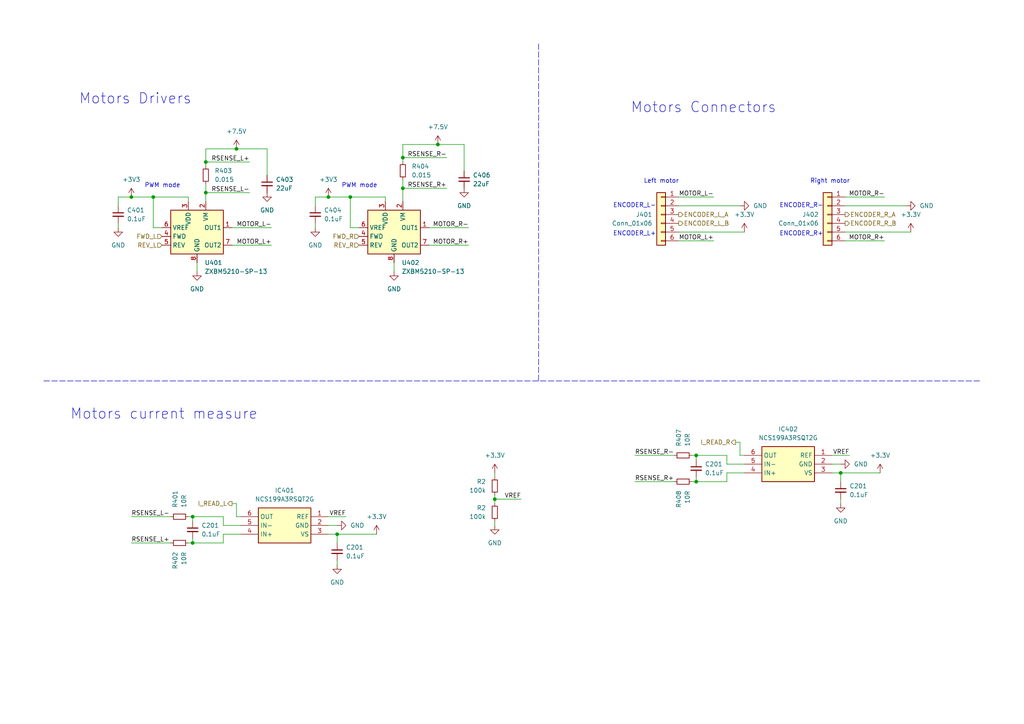
<source format=kicad_sch>
(kicad_sch (version 20230121) (generator eeschema)
  (paper "A4")
  (title_block (title "Robot chat - Motor drivers") (date "2023-09-19") (rev "1.0") (company "ENSEA"))
  (lib_symbols
    (symbol "Connector_Generic:Conn_01x06" (pin_names (offset 1.016) hide)
      (property "Reference" "J" (at 0 7.62 0))
      (property "Value" "Conn_01x06" (at 0 -10.16 0))
      (symbol "Conn_01x06_1_1"
        (rectangle (start -1.27 -7.493) (end 0 -7.747) (stroke (width 0.1524)))
        (rectangle (start -1.27 -4.953) (end 0 -5.207) (stroke (width 0.1524)))
        (rectangle (start -1.27 -2.413) (end 0 -2.667) (stroke (width 0.1524)))
        (rectangle (start -1.27 0.127) (end 0 -0.127) (stroke (width 0.1524)))
        (rectangle (start -1.27 2.667) (end 0 2.413) (stroke (width 0.1524)))
        (rectangle (start -1.27 5.207) (end 0 4.953) (stroke (width 0.1524)))
        (rectangle (start -1.27 6.35) (end 1.27 -8.89) (stroke (width 0.254)) (fill (type background)))
        (pin passive line (at -5.08 5.08 0) (length 3.81) (name "Pin_1") (number "1"))
        (pin passive line (at -5.08 2.54 0) (length 3.81) (name "Pin_2") (number "2"))
        (pin passive line (at -5.08 0 0) (length 3.81) (name "Pin_3") (number "3"))
        (pin passive line (at -5.08 -2.54 0) (length 3.81) (name "Pin_4") (number "4"))
        (pin passive line (at -5.08 -5.08 0) (length 3.81) (name "Pin_5") (number "5"))
        (pin passive line (at -5.08 -7.62 0) (length 3.81) (name "Pin_6") (number "6"))
      )
    )
    (symbol "Device:C_Small" (pin_numbers hide) (pin_names (offset 0.254) hide)
      (property "Reference" "C" (at 0.254 1.778 0))
      (property "Value" "C_Small" (at 0.254 -2.032 0))
      (symbol "C_Small_0_1"
        (polyline (pts (xy -1.524 -0.508) (xy 1.524 -0.508)) (stroke (width 0.3302)))
        (polyline (pts (xy -1.524 0.508) (xy 1.524 0.508)) (stroke (width 0.3048)))
      )
      (symbol "C_Small_1_1"
        (pin passive line (at 0 2.54 270) (length 2.032) (name "~") (number "1"))
        (pin passive line (at 0 -2.54 90) (length 2.032) (name "~") (number "2"))
      )
    )
    (symbol "Device:R_Small" (pin_numbers hide) (pin_names (offset 0.254) hide)
      (property "Reference" "R" (at 0.762 0.508 0))
      (property "Value" "R_Small" (at 0.762 -1.016 0))
      (symbol "R_Small_0_1"
        (rectangle (start -0.762 1.778) (end 0.762 -1.778) (stroke (width 0.2032)))
      )
      (symbol "R_Small_1_1"
        (pin passive line (at 0 2.54 270) (length 0.762) (name "~") (number "1"))
        (pin passive line (at 0 -2.54 90) (length 0.762) (name "~") (number "2"))
      )
    )
    (symbol "Driver_Motor:ZXBM5210-S"
      (property "Reference" "U" (at -7.62 8.89 0))
      (property "Value" "ZXBM5210-S" (at 10.16 8.89 0))
      (symbol "ZXBM5210-S_0_0"
        (pin output line (at 10.16 2.54 180) (length 2.54) (name "OUT1") (number "1"))
        (pin power_in line (at 2.54 10.16 270) (length 2.54) (name "VM") (number "2"))
        (pin power_in line (at -2.54 10.16 270) (length 2.54) (name "VDD") (number "3"))
        (pin input line (at -10.16 0 0) (length 2.54) (name "FWD") (number "4"))
        (pin input line (at -10.16 -2.54 0) (length 2.54) (name "REV") (number "5"))
        (pin input line (at -10.16 2.54 0) (length 2.54) (name "VREF") (number "6"))
        (pin output line (at 10.16 -2.54 180) (length 2.54) (name "OUT2") (number "7"))
        (pin power_in line (at 0 -7.62 90) (length 2.54) (name "GND") (number "8"))
      )
      (symbol "ZXBM5210-S_0_1"
        (rectangle (start -7.62 7.62) (end 7.62 -5.08) (stroke (width 0.254)) (fill (type background)))
      )
    )
    (symbol "NCS199A3RSQT2G:NCS199A3RSQT2G"
      (property "Reference" "IC" (at 21.59 7.62 0))
      (property "Value" "NCS199A3RSQT2G" (at 21.59 5.08 0))
      (symbol "NCS199A3RSQT2G_1_1"
        (rectangle (start 5.08 2.54) (end 20.32 -7.62) (stroke (width 0.254)) (fill (type background)))
        (pin passive line (at 0 0 0) (length 5.08) (name "REF") (number "1"))
        (pin passive line (at 0 -2.54 0) (length 5.08) (name "GND") (number "2"))
        (pin passive line (at 0 -5.08 0) (length 5.08) (name "VS") (number "3"))
        (pin passive line (at 25.4 -5.08 180) (length 5.08) (name "IN+") (number "4"))
        (pin passive line (at 25.4 -2.54 180) (length 5.08) (name "IN-") (number "5"))
        (pin passive line (at 25.4 0 180) (length 5.08) (name "OUT") (number "6"))
      )
    )
    (symbol "power:+3.3V" (power) (pin_names (offset 0))
      (property "Value" "+3.3V" (at 0 3.556 0))
      (symbol "+3.3V_0_1"
        (polyline (pts (xy -0.762 1.27) (xy 0 2.54)))
        (polyline (pts (xy 0 0) (xy 0 2.54)))
        (polyline (pts (xy 0 2.54) (xy 0.762 1.27)))
      )
      (symbol "+3.3V_1_1"
        (pin power_in line (at 0 0 90) (length 0) hide (name "+3.3V") (number "1"))
      )
    )
    (symbol "power:+3V3" (power) (pin_names (offset 0))
      (property "Value" "+3V3" (at 0 3.556 0))
      (symbol "+3V3_0_1"
        (polyline (pts (xy -0.762 1.27) (xy 0 2.54)))
        (polyline (pts (xy 0 0) (xy 0 2.54)))
        (polyline (pts (xy 0 2.54) (xy 0.762 1.27)))
      )
      (symbol "+3V3_1_1"
        (pin power_in line (at 0 0 90) (length 0) hide (name "+3V3") (number "1"))
      )
    )
    (symbol "power:+7.5V" (power) (pin_names (offset 0))
      (property "Value" "+7.5V" (at 0 3.556 0))
      (symbol "+7.5V_0_1"
        (polyline (pts (xy -0.762 1.27) (xy 0 2.54)))
        (polyline (pts (xy 0 0) (xy 0 2.54)))
        (polyline (pts (xy 0 2.54) (xy 0.762 1.27)))
      )
      (symbol "+7.5V_1_1"
        (pin power_in line (at 0 0 90) (length 0) hide (name "+7.5V") (number "1"))
      )
    )
    (symbol "power:GND" (power) (pin_names (offset 0))
      (property "Value" "GND" (at 0 -3.81 0))
      (symbol "GND_0_1"
        (polyline (pts (xy 0 0) (xy 0 -1.27) (xy 1.27 -1.27) (xy 0 -2.54) (xy -1.27 -1.27) (xy 0 -1.27)))
      )
      (symbol "GND_1_1"
        (pin power_in line (at 0 0 270) (length 0) hide (name "GND") (number "1"))
      )
    )
  )
  (junction (at 116.84 54.61))
  (junction (at 97.79 154.94))
  (junction (at 143.51 144.78))
  (junction (at 44.45 57.15))
  (junction (at 55.88 149.86))
  (junction (at 55.88 157.48))
  (junction (at 116.84 45.72))
  (junction (at 59.69 46.99))
  (junction (at 243.84 137.16))
  (junction (at 127 41.91))
  (junction (at 201.93 132.08))
  (junction (at 38.1 57.15))
  (junction (at 201.93 139.7))
  (junction (at 59.69 55.88))
  (junction (at 95.25 57.15))
  (junction (at 101.6 57.15))
  (junction (at 68.58 43.18))
  (wire (pts (xy 59.69 43.18) (xy 68.58 43.18)))
  (wire (pts (xy 77.47 43.18) (xy 77.47 50.8)))
  (wire (pts (xy 95.25 57.15) (xy 101.6 57.15)))
  (wire (pts (xy 97.79 162.56) (xy 97.79 163.83)))
  (wire (pts (xy 97.79 157.48) (xy 97.79 154.94)))
  (wire (pts (xy 38.1 149.86) (xy 49.53 149.86)))
  (wire (pts (xy 245.11 67.31) (xy 264.16 67.31)))
  (wire (pts (xy 57.15 76.2) (xy 57.15 78.74)))
  (wire (pts (xy 116.84 54.61) (xy 116.84 52.07)))
  (wire (pts (xy 68.58 146.05) (xy 68.58 149.86)))
  (wire (pts (xy 67.31 71.12) (xy 78.74 71.12)))
  (wire (pts (xy 243.84 139.7) (xy 243.84 137.16)))
  (wire (pts (xy 97.79 154.94) (xy 109.22 154.94)))
  (wire (pts (xy 91.44 59.69) (xy 91.44 57.15)))
  (wire (pts (xy 91.44 57.15) (xy 95.25 57.15)))
  (wire (pts (xy 59.69 46.99) (xy 59.69 43.18)))
  (polyline (pts (xy 156.21 12.7) (xy 156.21 110.49)) (stroke (width 0) (type dash)))
  (wire (pts (xy 214.63 132.08) (xy 215.9 132.08)))
  (wire (pts (xy 210.82 132.08) (xy 201.93 132.08)))
  (wire (pts (xy 114.3 76.2) (xy 114.3 78.74)))
  (wire (pts (xy 46.99 66.04) (xy 44.45 66.04)))
  (wire (pts (xy 135.89 66.04) (xy 124.46 66.04)))
  (wire (pts (xy 68.58 149.86) (xy 69.85 149.86)))
  (wire (pts (xy 127 41.91) (xy 134.62 41.91)))
  (wire (pts (xy 34.29 59.69) (xy 34.29 57.15)))
  (wire (pts (xy 134.62 41.91) (xy 134.62 49.53)))
  (wire (pts (xy 207.01 57.15) (xy 196.85 57.15)))
  (wire (pts (xy 246.38 132.08) (xy 241.3 132.08)))
  (wire (pts (xy 34.29 57.15) (xy 38.1 57.15)))
  (wire (pts (xy 256.54 69.85) (xy 245.11 69.85)))
  (wire (pts (xy 38.1 57.15) (xy 44.45 57.15)))
  (wire (pts (xy 55.88 157.48) (xy 64.77 157.48)))
  (wire (pts (xy 195.58 139.7) (xy 184.15 139.7)))
  (wire (pts (xy 95.25 152.4) (xy 97.79 152.4)))
  (wire (pts (xy 116.84 54.61) (xy 116.84 58.42)))
  (wire (pts (xy 59.69 58.42) (xy 59.69 55.88)))
  (wire (pts (xy 116.84 46.99) (xy 116.84 45.72)))
  (wire (pts (xy 104.14 66.04) (xy 101.6 66.04)))
  (wire (pts (xy 201.93 139.7) (xy 210.82 139.7)))
  (wire (pts (xy 55.88 157.48) (xy 55.88 156.21)))
  (wire (pts (xy 64.77 157.48) (xy 64.77 154.94)))
  (wire (pts (xy 196.85 67.31) (xy 215.9 67.31)))
  (wire (pts (xy 44.45 66.04) (xy 44.45 57.15)))
  (wire (pts (xy 129.54 54.61) (xy 116.84 54.61)))
  (wire (pts (xy 184.15 132.08) (xy 195.58 132.08)))
  (wire (pts (xy 67.31 146.05) (xy 68.58 146.05)))
  (wire (pts (xy 67.31 66.04) (xy 78.74 66.04)))
  (wire (pts (xy 54.61 157.48) (xy 55.88 157.48)))
  (wire (pts (xy 200.66 132.08) (xy 201.93 132.08)))
  (wire (pts (xy 210.82 139.7) (xy 210.82 137.16)))
  (wire (pts (xy 135.89 71.12) (xy 124.46 71.12)))
  (wire (pts (xy 129.54 45.72) (xy 116.84 45.72)))
  (wire (pts (xy 44.45 57.15) (xy 54.61 57.15)))
  (wire (pts (xy 101.6 57.15) (xy 111.76 57.15)))
  (wire (pts (xy 215.9 134.62) (xy 210.82 134.62)))
  (wire (pts (xy 72.39 55.88) (xy 59.69 55.88)))
  (wire (pts (xy 210.82 137.16) (xy 215.9 137.16)))
  (wire (pts (xy 59.69 55.88) (xy 59.69 53.34)))
  (wire (pts (xy 101.6 66.04) (xy 101.6 57.15)))
  (wire (pts (xy 214.63 128.27) (xy 214.63 132.08)))
  (wire (pts (xy 243.84 137.16) (xy 255.27 137.16)))
  (wire (pts (xy 207.01 69.85) (xy 196.85 69.85)))
  (wire (pts (xy 243.84 144.78) (xy 243.84 146.05)))
  (wire (pts (xy 213.36 128.27) (xy 214.63 128.27)))
  (wire (pts (xy 143.51 151.13) (xy 143.51 152.4)))
  (wire (pts (xy 143.51 144.78) (xy 143.51 146.05)))
  (wire (pts (xy 69.85 152.4) (xy 64.77 152.4)))
  (wire (pts (xy 196.85 59.69) (xy 214.63 59.69)))
  (wire (pts (xy 201.93 139.7) (xy 201.93 138.43)))
  (wire (pts (xy 34.29 64.77) (xy 34.29 66.04)))
  (wire (pts (xy 143.51 144.78) (xy 151.13 144.78)))
  (wire (pts (xy 100.33 149.86) (xy 95.25 149.86)))
  (wire (pts (xy 91.44 64.77) (xy 91.44 66.04)))
  (wire (pts (xy 116.84 41.91) (xy 127 41.91)))
  (wire (pts (xy 200.66 139.7) (xy 201.93 139.7)))
  (wire (pts (xy 201.93 132.08) (xy 201.93 133.35)))
  (wire (pts (xy 59.69 48.26) (xy 59.69 46.99)))
  (wire (pts (xy 245.11 59.69) (xy 262.89 59.69)))
  (wire (pts (xy 243.84 137.16) (xy 241.3 137.16)))
  (wire (pts (xy 54.61 57.15) (xy 54.61 58.42)))
  (wire (pts (xy 55.88 149.86) (xy 55.88 151.13)))
  (wire (pts (xy 256.54 57.15) (xy 245.11 57.15)))
  (wire (pts (xy 97.79 154.94) (xy 95.25 154.94)))
  (wire (pts (xy 64.77 149.86) (xy 55.88 149.86)))
  (wire (pts (xy 143.51 143.51) (xy 143.51 144.78)))
  (wire (pts (xy 68.58 43.18) (xy 77.47 43.18)))
  (polyline (pts (xy 12.7 110.49) (xy 284.48 110.49)) (stroke (width 0) (type dash)))
  (wire (pts (xy 64.77 154.94) (xy 69.85 154.94)))
  (wire (pts (xy 210.82 134.62) (xy 210.82 132.08)))
  (wire (pts (xy 64.77 152.4) (xy 64.77 149.86)))
  (wire (pts (xy 54.61 149.86) (xy 55.88 149.86)))
  (wire (pts (xy 241.3 134.62) (xy 243.84 134.62)))
  (wire (pts (xy 111.76 57.15) (xy 111.76 58.42)))
  (wire (pts (xy 143.51 137.16) (xy 143.51 138.43)))
  (wire (pts (xy 116.84 45.72) (xy 116.84 41.91)))
  (wire (pts (xy 49.53 157.48) (xy 38.1 157.48)))
  (wire (pts (xy 72.39 46.99) (xy 59.69 46.99)))
  (text "PWM mode" (at 41.91 54.61 0) (effects (font (size 1.27 1.27)) (justify left bottom)))
  (text "Left motor" (at 186.69 53.34 0) (effects (font (size 1.27 1.27)) (justify left bottom)))
  (text "Motors Connectors" (at 182.88 33.02 0) (effects (font (size 3 3)) (justify left bottom)))
  (text "PWM mode" (at 99.06 54.61 0) (effects (font (size 1.27 1.27)) (justify left bottom)))
  (text "Motors Drivers" (at 22.86 30.48 0) (effects (font (size 3 3)) (justify left bottom)))
  (text "ENCODER_L-\n\n\n\nENCODER_L+" (at 177.8 68.58 0) (effects (font (size 1.27 1.27)) (justify left bottom)))
  (text "ENCODER_R-\n\n\n\nENCODER_R+" (at 226.06 68.58 0) (effects (font (size 1.27 1.27)) (justify left bottom)))
  (text "Right motor" (at 234.95 53.34 0) (effects (font (size 1.27 1.27)) (justify left bottom)))
  (text "Motors current measure" (at 20.32 121.92 0) (effects (font (size 3 3)) (justify left bottom)))
  (label "RSENSE_L+" (at 72.39 46.99 180))
  (label "MOTOR_R-" (at 135.89 66.04 180))
  (label "VREF" (at 100.33 149.86 180))
  (label "MOTOR_R+" (at 135.89 71.12 180))
  (label "MOTOR_L-" (at 78.74 66.04 180))
  (label "RSENSE_L-" (at 72.39 55.88 180))
  (label "MOTOR_R-" (at 256.54 57.15 180))
  (label "VREF" (at 246.38 132.08 180))
  (label "RSENSE_R+" (at 129.54 54.61 180))
  (label "RSENSE_R-" (at 184.15 132.08 0))
  (label "MOTOR_L-" (at 207.01 57.15 180))
  (label "RSENSE_R-" (at 129.54 45.72 180))
  (label "MOTOR_L+" (at 207.01 69.85 180))
  (label "RSENSE_L-" (at 38.1 149.86 0))
  (label "MOTOR_L+" (at 78.74 71.12 180))
  (label "RSENSE_R+" (at 184.15 139.7 0))
  (label "VREF" (at 151.13 144.78 180))
  (label "MOTOR_R+" (at 256.54 69.85 180))
  (label "RSENSE_L+" (at 38.1 157.48 0))
  (hierarchical_label "ENCODER_L_B" (shape output) (at 196.85 64.77 0))
  (hierarchical_label "REV_R" (shape input) (at 104.14 71.12 180))
  (hierarchical_label "REV_L" (shape input) (at 46.99 71.12 180))
  (hierarchical_label "I_READ_R" (shape output) (at 213.36 128.27 180))
  (hierarchical_label "ENCODER_L_A" (shape output) (at 196.85 62.23 0))
  (hierarchical_label "ENCODER_R_B" (shape output) (at 245.11 64.77 0))
  (hierarchical_label "FWD_R" (shape input) (at 104.14 68.58 180))
  (hierarchical_label "FWD_L" (shape input) (at 46.99 68.58 180))
  (hierarchical_label "I_READ_L" (shape output) (at 67.31 146.05 180))
  (hierarchical_label "ENCODER_R_A" (shape output) (at 245.11 62.23 0))
  (symbol (lib_id "power:GND") (at 143.51 152.4 0) (unit 1)
    (property "Reference" "#PWR0415" (effects hide))
    (property "Value" "GND" (at 143.51 157.48 0))
  )
  (symbol (lib_id "power:GND") (at 34.29 66.04 0) (unit 1)
    (property "Reference" "#PWR0401" (effects hide))
    (property "Value" "GND" (at 34.29 71.12 0))
  )
  (symbol (lib_id "power:+7.5V") (at 68.58 43.18 0) (unit 1)
    (property "Reference" "#PWR0404" (effects hide))
    (property "Value" "+7.5V" (at 68.58 38.1 0))
  )
  (symbol (lib_id "Device:R_Small") (at 198.12 139.7 90) (mirror x) (unit 1)
    (property "Reference" "R408" (at 196.85 142.24 0) (effects (justify left)))
    (property "Value" "10R" (at 199.39 142.24 0) (effects (justify left)))
    (property "Footprint" "Resistor_SMD:R_0603_1608Metric" (effects hide))
  )
  (symbol (lib_id "Device:C_Small") (at 34.29 62.23 0) (unit 1)
    (property "Reference" "C401" (at 36.83 60.9663 0) (effects (justify left)))
    (property "Value" "0.1uF" (at 36.83 63.5063 0) (effects (justify left)))
    (property "Footprint" "Capacitor_SMD:C_0603_1608Metric" (effects hide))
  )
  (symbol (lib_id "power:GND") (at 77.47 55.88 0) (unit 1)
    (property "Reference" "#PWR0405" (effects hide))
    (property "Value" "GND" (at 77.47 60.96 0))
  )
  (symbol (lib_id "Connector_Generic:Conn_01x06") (at 240.03 62.23 0) (mirror y) (unit 1)
    (property "Reference" "J402" (at 237.49 62.23 0) (effects (justify left)))
    (property "Value" "Conn_01x06" (at 237.49 64.77 0) (effects (justify left)))
    (property "Footprint" "Connector_JST:JST_XH_S6B-XH-A_1x06_P2.50mm_Horizontal" (effects hide))
  )
  (symbol (lib_id "power:+3V3") (at 95.25 57.15 0) (unit 1)
    (property "Reference" "#PWR0407" (effects hide))
    (property "Value" "+3V3" (at 95.25 52.07 0))
  )
  (symbol (lib_id "power:GND") (at 243.84 146.05 0) (unit 1)
    (property "Reference" "#PWR0419" (effects hide))
    (property "Value" "GND" (at 243.84 151.13 0))
  )
  (symbol (lib_id "Device:R_Small") (at 59.69 50.8 0) (unit 1)
    (property "Reference" "R403" (at 62.23 49.53 0) (effects (justify left)))
    (property "Value" "0.015" (at 62.23 52.07 0) (effects (justify left)))
    (property "Footprint" "Resistor_SMD:R_0805_2012Metric" (effects hide))
  )
  (symbol (lib_id "power:GND") (at 262.89 59.69 90) (unit 1)
    (property "Reference" "#PWR0421" (effects hide))
    (property "Value" "GND" (at 266.7 59.69 90) (effects (justify right)))
  )
  (symbol (lib_id "power:GND") (at 214.63 59.69 90) (unit 1)
    (property "Reference" "#PWR0416" (effects hide))
    (property "Value" "GND" (at 218.44 59.69 90) (effects (justify right)))
  )
  (symbol (lib_id "power:GND") (at 97.79 152.4 90) (unit 1)
    (property "Reference" "#PWR0408" (effects hide))
    (property "Value" "GND" (at 101.6 152.4 90) (effects (justify right)))
  )
  (symbol (lib_id "power:GND") (at 134.62 54.61 0) (unit 1)
    (property "Reference" "#PWR0413" (effects hide))
    (property "Value" "GND" (at 134.62 59.69 0))
  )
  (symbol (lib_id "Device:C_Small") (at 243.84 142.24 0) (unit 1)
    (property "Reference" "C201" (at 246.38 140.9763 0) (effects (justify left)))
    (property "Value" "0.1uF" (at 246.38 143.5163 0) (effects (justify left)))
    (property "Footprint" "Capacitor_SMD:C_0603_1608Metric" (effects hide))
    (instances (project "robot_chat" (path "" (reference "C201") (unit 1)) (path "" (reference "C408") (unit 1))))
  )
  (symbol (lib_id "Connector_Generic:Conn_01x06") (at 191.77 62.23 0) (mirror y) (unit 1)
    (property "Reference" "J401" (at 189.23 62.23 0) (effects (justify left)))
    (property "Value" "Conn_01x06" (at 189.23 64.77 0) (effects (justify left)))
    (property "Footprint" "Connector_JST:JST_XH_S6B-XH-A_1x06_P2.50mm_Horizontal" (effects hide))
  )
  (symbol (lib_id "power:GND") (at 57.15 78.74 0) (unit 1)
    (property "Reference" "#PWR0403" (effects hide))
    (property "Value" "GND" (at 57.15 83.82 0))
  )
  (symbol (lib_id "power:+7.5V") (at 127 41.91 0) (unit 1)
    (property "Reference" "#PWR0412" (effects hide))
    (property "Value" "+7.5V" (at 127 36.83 0))
  )
  (symbol (lib_id "power:+3.3V") (at 215.9 67.31 0) (unit 1)
    (property "Reference" "#PWR0417" (effects hide))
    (property "Value" "+3.3V" (at 215.9 62.23 0))
  )
  (symbol (lib_id "NCS199A3RSQT2G:NCS199A3RSQT2G") (at 241.3 132.08 0) (mirror y) (unit 1)
    (property "Reference" "IC402" (at 228.6 124.46 0))
    (property "Value" "NCS199A3RSQT2G" (at 228.6 127 0))
    (property "Footprint" "Package_TO_SOT_SMD:SOT-363_SC-70-6" (effects hide))
    (property "Datasheet" "http://www.onsemi.com/pub/Collateral/NCS199A1R-D.PDF" (effects hide))
    (property "Height" "1.1" (effects hide))
    (property "Mouser Part Number" "863-NCS199A3RSQT2G" (effects hide))
    (property "Mouser Price/Stock" "https://www.mouser.co.uk/ProductDetail/onsemi/NCS199A3RSQT2G?qs=MLItCLRbWszD4w0oil3kbg%3D%3D" (effects hide))
    (property "Manufacturer_Name" "onsemi" (effects hide))
    (property "Manufacturer_Part_Number" "NCS199A3RSQT2G" (effects hide))
  )
  (symbol (lib_id "power:GND") (at 243.84 134.62 90) (unit 1)
    (property "Reference" "#PWR0418" (effects hide))
    (property "Value" "GND" (at 247.65 134.62 90) (effects (justify right)))
  )
  (symbol (lib_id "Driver_Motor:ZXBM5210-S") (at 114.3 68.58 0) (unit 1)
    (property "Reference" "U402" (at 116.4941 76.2 0) (effects (justify left)))
    (property "Value" "ZXBM5210-SP-13" (at 116.4941 78.74 0) (effects (justify left)))
    (property "Footprint" "Package_SO:SOIC-8-1EP_3.9x4.9mm_P1.27mm_EP2.62x3.51mm_ThermalVias" (effects hide))
    (property "Datasheet" "https://www.diodes.com/assets/Datasheets/ZXBM5210.pdf" (effects hide))
  )
  (symbol (lib_id "Device:C_Small") (at 201.93 135.89 0) (unit 1)
    (property "Reference" "C201" (at 204.47 134.6263 0) (effects (justify left)))
    (property "Value" "0.1uF" (at 204.47 137.1663 0) (effects (justify left)))
    (property "Footprint" "Capacitor_SMD:C_0603_1608Metric" (effects hide))
    (instances (project "robot_chat" (path "" (reference "C201") (unit 1)) (path "" (reference "C407") (unit 1))))
  )
  (symbol (lib_id "power:+3.3V") (at 264.16 67.31 0) (unit 1)
    (property "Reference" "#PWR0422" (effects hide))
    (property "Value" "+3.3V" (at 264.16 62.23 0))
  )
  (symbol (lib_id "power:+3V3") (at 38.1 57.15 0) (unit 1)
    (property "Reference" "#PWR0402" (effects hide))
    (property "Value" "+3V3" (at 38.1 52.07 0))
  )
  (symbol (lib_id "power:GND") (at 114.3 78.74 0) (unit 1)
    (property "Reference" "#PWR0411" (effects hide))
    (property "Value" "GND" (at 114.3 83.82 0))
  )
  (symbol (lib_id "Device:C_Small") (at 91.44 62.23 0) (unit 1)
    (property "Reference" "C404" (at 93.98 60.9663 0) (effects (justify left)))
    (property "Value" "0.1uF" (at 93.98 63.5063 0) (effects (justify left)))
    (property "Footprint" "Capacitor_SMD:C_0603_1608Metric" (effects hide))
  )
  (symbol (lib_id "Device:R_Small") (at 143.51 140.97 0) (mirror y) (unit 1)
    (property "Reference" "R2" (at 140.97 139.7 0) (effects (justify left)))
    (property "Value" "100k" (at 140.97 142.24 0) (effects (justify left)))
    (property "Footprint" "Resistor_SMD:R_0603_1608Metric" (effects hide))
    (instances (project "robot_chat" (path "" (reference "R2") (unit 1)) (path "" (reference "R405") (unit 1))))
  )
  (symbol (lib_id "Device:C_Small") (at 77.47 53.34 0) (unit 1)
    (property "Reference" "C403" (at 80.01 52.0763 0) (effects (justify left)))
    (property "Value" "22uF" (at 80.01 54.6163 0) (effects (justify left)))
    (property "Footprint" "Capacitor_SMD:C_0805_2012Metric" (effects hide))
  )
  (symbol (lib_id "Device:R_Small") (at 198.12 132.08 90) (unit 1)
    (property "Reference" "R407" (at 196.85 129.54 0) (effects (justify left)))
    (property "Value" "10R" (at 199.39 129.54 0) (effects (justify left)))
    (property "Footprint" "Resistor_SMD:R_0603_1608Metric" (effects hide))
  )
  (symbol (lib_id "Device:R_Small") (at 52.07 149.86 90) (unit 1)
    (property "Reference" "R401" (at 50.8 147.32 0) (effects (justify left)))
    (property "Value" "10R" (at 53.34 147.32 0) (effects (justify left)))
    (property "Footprint" "Resistor_SMD:R_0603_1608Metric" (effects hide))
  )
  (symbol (lib_id "power:GND") (at 97.79 163.83 0) (unit 1)
    (property "Reference" "#PWR0409" (effects hide))
    (property "Value" "GND" (at 97.79 168.91 0))
  )
  (symbol (lib_id "power:+3.3V") (at 255.27 137.16 0) (unit 1)
    (property "Reference" "#PWR0420" (effects hide))
    (property "Value" "+3.3V" (at 255.27 132.08 0))
  )
  (symbol (lib_id "Driver_Motor:ZXBM5210-S") (at 57.15 68.58 0) (unit 1)
    (property "Reference" "U401" (at 59.3441 76.2 0) (effects (justify left)))
    (property "Value" "ZXBM5210-SP-13" (at 59.3441 78.74 0) (effects (justify left)))
    (property "Footprint" "Package_SO:SOIC-8-1EP_3.9x4.9mm_P1.27mm_EP2.62x3.51mm_ThermalVias" (effects hide))
    (property "Datasheet" "https://www.diodes.com/assets/Datasheets/ZXBM5210.pdf" (effects hide))
  )
  (symbol (lib_id "NCS199A3RSQT2G:NCS199A3RSQT2G") (at 95.25 149.86 0) (mirror y) (unit 1)
    (property "Reference" "IC401" (at 82.55 142.24 0))
    (property "Value" "NCS199A3RSQT2G" (at 82.55 144.78 0))
    (property "Footprint" "Package_TO_SOT_SMD:SOT-363_SC-70-6" (effects hide))
    (property "Datasheet" "http://www.onsemi.com/pub/Collateral/NCS199A1R-D.PDF" (effects hide))
    (property "Height" "1.1" (effects hide))
    (property "Mouser Part Number" "863-NCS199A3RSQT2G" (effects hide))
    (property "Mouser Price/Stock" "https://www.mouser.co.uk/ProductDetail/onsemi/NCS199A3RSQT2G?qs=MLItCLRbWszD4w0oil3kbg%3D%3D" (effects hide))
    (property "Manufacturer_Name" "onsemi" (effects hide))
    (property "Manufacturer_Part_Number" "NCS199A3RSQT2G" (effects hide))
  )
  (symbol (lib_id "Device:R_Small") (at 52.07 157.48 90) (mirror x) (unit 1)
    (property "Reference" "R402" (at 50.8 160.02 0) (effects (justify left)))
    (property "Value" "10R" (at 53.34 160.02 0) (effects (justify left)))
    (property "Footprint" "Resistor_SMD:R_0603_1608Metric" (effects hide))
  )
  (symbol (lib_id "power:+3.3V") (at 109.22 154.94 0) (unit 1)
    (property "Reference" "#PWR0410" (effects hide))
    (property "Value" "+3.3V" (at 109.22 149.86 0))
  )
  (symbol (lib_id "Device:C_Small") (at 134.62 52.07 0) (unit 1)
    (property "Reference" "C406" (at 137.16 50.8063 0) (effects (justify left)))
    (property "Value" "22uF" (at 137.16 53.3463 0) (effects (justify left)))
    (property "Footprint" "Capacitor_SMD:C_0805_2012Metric" (effects hide))
  )
  (symbol (lib_id "power:GND") (at 91.44 66.04 0) (unit 1)
    (property "Reference" "#PWR0406" (effects hide))
    (property "Value" "GND" (at 91.44 71.12 0))
  )
  (symbol (lib_id "Device:R_Small") (at 143.51 148.59 0) (mirror y) (unit 1)
    (property "Reference" "R2" (at 140.97 147.32 0) (effects (justify left)))
    (property "Value" "100k" (at 140.97 149.86 0) (effects (justify left)))
    (property "Footprint" "Resistor_SMD:R_0603_1608Metric" (effects hide))
    (instances (project "robot_chat" (path "" (reference "R2") (unit 1)) (path "" (reference "R406") (unit 1))))
  )
  (symbol (lib_id "Device:R_Small") (at 116.84 49.53 0) (unit 1)
    (property "Reference" "R404" (at 119.38 48.26 0) (effects (justify left)))
    (property "Value" "0.015" (at 119.38 50.8 0) (effects (justify left)))
    (property "Footprint" "Resistor_SMD:R_0805_2012Metric" (effects hide))
  )
  (symbol (lib_id "power:+3.3V") (at 143.51 137.16 0) (unit 1)
    (property "Reference" "#PWR0414" (effects hide))
    (property "Value" "+3.3V" (at 143.51 132.08 0))
  )
  (symbol (lib_id "Device:C_Small") (at 97.79 160.02 0) (unit 1)
    (property "Reference" "C201" (at 100.33 158.7563 0) (effects (justify left)))
    (property "Value" "0.1uF" (at 100.33 161.2963 0) (effects (justify left)))
    (property "Footprint" "Capacitor_SMD:C_0603_1608Metric" (effects hide))
    (instances (project "robot_chat" (path "" (reference "C201") (unit 1)) (path "" (reference "C405") (unit 1))))
  )
  (symbol (lib_id "Device:C_Small") (at 55.88 153.67 0) (unit 1)
    (property "Reference" "C201" (at 58.42 152.4063 0) (effects (justify left)))
    (property "Value" "0.1uF" (at 58.42 154.9463 0) (effects (justify left)))
    (property "Footprint" "Capacitor_SMD:C_0603_1608Metric" (effects hide))
    (instances (project "robot_chat" (path "" (reference "C201") (unit 1)) (path "" (reference "C402") (unit 1))))
  )
)
</source>
